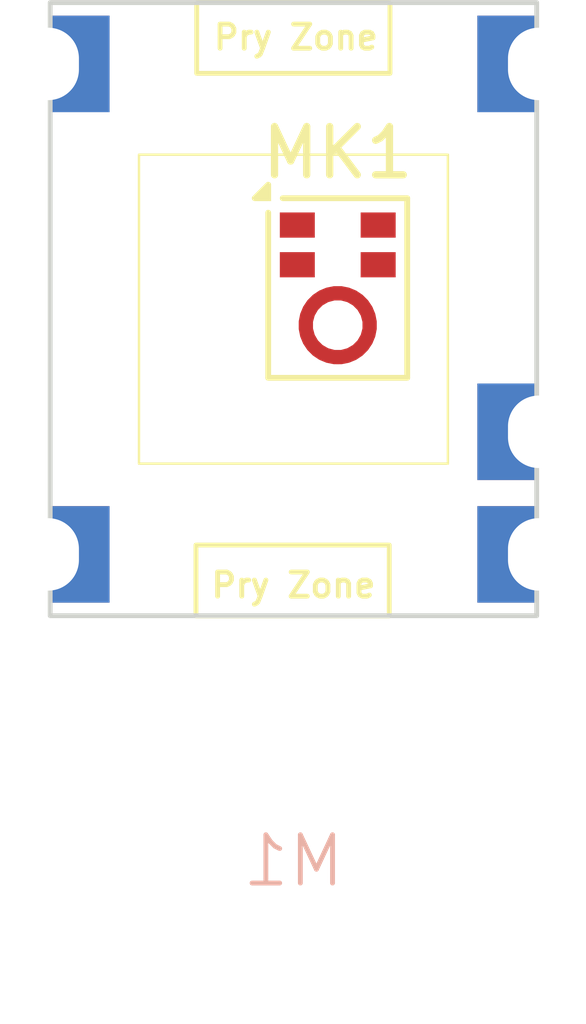
<source format=kicad_pcb>
(kicad_pcb (version 20240108) (generator "pcbnew") (generator_version "8.0")
  (layers (0 "F.Cu" signal) (31 "B.Cu" signal) (34 "B.Paste" user) (35 "F.Paste" user) (36 "B.SilkS" user "B.Silkscreen") (37 "F.SilkS" user "F.Silkscreen") (38 "B.Mask" user) (39 "F.Mask" user) (44 "Edge.Cuts" user))
  (net 0 "")
  (net 1 "DATA")
  (net 2 "VCC")
  (net 3 "GND")
  (net 4 "LR_SELECT")
  (net 5 "CLOCK")
  (net 6 "Net-(MK1-CLOCK)")
  (net 7 "Net-(MK1-DATA)")
  (footprint "Sensor_Audio:Knowles_LGA-5_3.5x2.65mm" (layer "F.Cu") (at 62.8375 47.482)
    (property "Reference" "MK1" (at 0 -2.8 360) (layer "F.SilkS"))
    (property "Value" "IM69D130")
    (fp_line (start -1.44 1.86) (end -1.44 -1.56) (stroke (width 0.12)) (layer "F.SilkS"))
    (fp_line (start -1.14 -1.86) (end 1.44 -1.86) (stroke (width 0.12)) (layer "F.SilkS"))
    (fp_line (start 1.44 -1.86) (end 1.44 1.86) (stroke (width 0.12)) (layer "F.SilkS"))
    (fp_line (start 1.44 1.86) (end -1.44 1.86) (stroke (width 0.12)) (layer "F.SilkS"))
    (fp_poly (pts (xy -1.44 -1.86) (xy -1.72 -1.86) (xy -1.44 -2.14) (xy -1.44 -1.86)) (stroke (width 0.12)) (fill solid) (layer "F.SilkS"))
    (pad "" np_thru_hole circle (at 0 0.77) (size 0.5 0.5) (drill 0.5) (layers "*.Cu" "*.Mask"))
    (pad "1" smd rect (at -0.8375 -1.304) (size 0.725 0.522) (layers "F.Cu" "F.Paste" "F.Mask") (net 7 "Net-(MK1-DATA)"))
    (pad "2" smd rect (at -0.8375 -0.482) (size 0.725 0.522) (layers "F.Cu" "F.Paste" "F.Mask") (net 4 "LR_SELECT"))
    (pad "3" smd custom (at 0 1.4325) (size 0.3 0.3) (layers "F.Cu" "F.Mask") (net 3 "GND") (options (clearance outline) (anchor circle)) (primitives (gr_circle (center 0 -0.6625) (end 0.6625 -0.6625) (width 0.3) (fill no))))
    (pad "4" smd rect (at 0.8375 -0.482) (size 0.725 0.522) (layers "F.Cu" "F.Paste" "F.Mask") (net 6 "Net-(MK1-CLOCK)"))
    (pad "5" smd rect (at 0.8375 -1.304) (size 0.725 0.522) (layers "F.Cu" "F.Paste" "F.Mask") (net 2 "VCC"))
  )
  (footprint "MegaCastle:MegaCastle2x5-Module-M9C4" (layer "B.Cu") (at 61.92 47.92 180)
    (property "Reference" "M1" (at 0 -11.43 0) (layer "B.SilkS") (effects (font (thickness 0.1)) (justify mirror)))
    (property "Value" "~")
    (fp_rect (start -1.984241 -4.885886) (end 2.019516 -6.354478) (stroke (width 0.1)) (fill none) (layer "F.SilkS"))
    (fp_rect (start -2.000193 6.354102) (end 2.003564 4.88551) (stroke (width 0.1)) (fill none) (layer "F.SilkS"))
    (fp_rect (start -3.2 -3.2) (end 3.2 3.2) (stroke (width 0.05)) (fill none) (layer "F.SilkS"))
    (fp_rect (start -5.04 6.35) (end 5.04 -6.35) (stroke (width 0.1)) (fill none) (layer "Edge.Cuts"))
    (fp_text user "Pry Zone" (at 1.755819 -6.011473 0) (layer "F.SilkS") (effects (font (size 0.5 0.5) (thickness 0.1)) (justify left bottom)))
    (fp_text user "Pry Zone" (at 1.705127 5.338692 0) (layer "F.SilkS") (effects (font (size 0.5 0.5) (thickness 0.1)) (justify left bottom)))
    (pad "1" thru_hole rect (at -5.08 5.08 180) (size 1.27 2) (drill oval 2 1.5 (offset 0.635 0)) (property pad_prop_castellated) (layers "*.Cu" "*.Mask") (net 2 "VCC"))
    (pad "4" thru_hole rect (at -5.08 -2.54 180) (size 1.27 2) (drill oval 2 1.5 (offset 0.635 0)) (property pad_prop_castellated) (layers "*.Cu" "*.Mask") (net 4 "LR_SELECT"))
    (pad "5" thru_hole rect (at -5.08 -5.08 180) (size 1.27 2) (drill oval 2 1.5 (offset 0.635 0)) (property pad_prop_castellated) (layers "*.Cu" "*.Mask") (net 3 "GND"))
    (pad "6" thru_hole rect (at 5.08 5.08 180) (size 1.27 2) (drill oval 2 1.5 (offset -0.635 0)) (property pad_prop_castellated) (layers "*.Cu" "*.Mask") (net 5 "CLOCK"))
    (pad "10" thru_hole rect (at 5.08 -5.08 180) (size 1.27 2) (drill oval 2 1.5 (offset -0.635 0)) (property pad_prop_castellated) (layers "*.Cu" "*.Mask") (net 1 "DATA"))
  )
)
</source>
